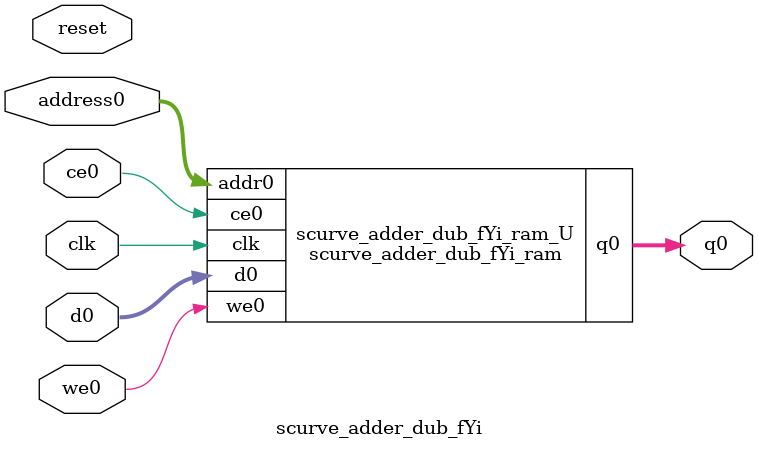
<source format=v>

`timescale 1 ns / 1 ps
module scurve_adder_dub_fYi_ram (addr0, ce0, d0, we0, q0,  clk);

parameter DWIDTH = 6;
parameter AWIDTH = 5;
parameter MEM_SIZE = 32;

input[AWIDTH-1:0] addr0;
input ce0;
input[DWIDTH-1:0] d0;
input we0;
output reg[DWIDTH-1:0] q0;
input clk;

(* ram_style = "distributed" *)reg [DWIDTH-1:0] ram[0:MEM_SIZE-1];




always @(posedge clk)  
begin 
    if (ce0) 
    begin
        if (we0) 
        begin 
            ram[addr0] <= d0; 
            q0 <= d0;
        end 
        else 
            q0 <= ram[addr0];
    end
end


endmodule


`timescale 1 ns / 1 ps
module scurve_adder_dub_fYi(
    reset,
    clk,
    address0,
    ce0,
    we0,
    d0,
    q0);

parameter DataWidth = 32'd6;
parameter AddressRange = 32'd32;
parameter AddressWidth = 32'd5;
input reset;
input clk;
input[AddressWidth - 1:0] address0;
input ce0;
input we0;
input[DataWidth - 1:0] d0;
output[DataWidth - 1:0] q0;



scurve_adder_dub_fYi_ram scurve_adder_dub_fYi_ram_U(
    .clk( clk ),
    .addr0( address0 ),
    .ce0( ce0 ),
    .d0( d0 ),
    .we0( we0 ),
    .q0( q0 ));

endmodule


</source>
